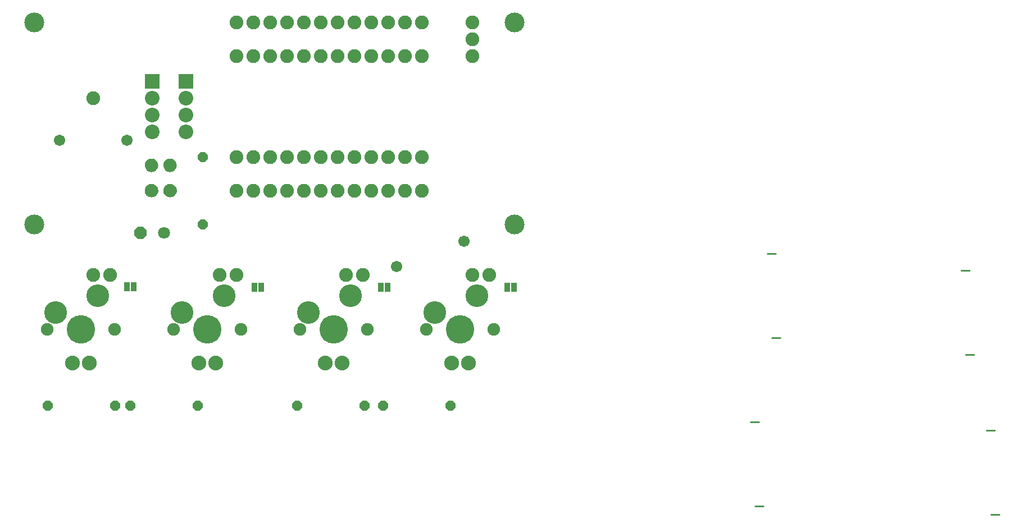
<source format=gbr>
G04 EAGLE Gerber RS-274X export*
G75*
%MOMM*%
%FSLAX34Y34*%
%LPD*%
%INSoldermask Bottom*%
%IPPOS*%
%AMOC8*
5,1,8,0,0,1.08239X$1,22.5*%
G01*
%ADD10C,0.254000*%
%ADD11P,1.649562X8X292.500000*%
%ADD12C,2.082800*%
%ADD13P,1.951982X8X202.500000*%
%ADD14C,1.803400*%
%ADD15R,2.203200X2.203200*%
%ADD16C,2.203200*%
%ADD17C,4.292600*%
%ADD18C,1.910081*%
%ADD19C,2.235200*%
%ADD20C,3.429000*%
%ADD21P,1.649562X8X202.500000*%
%ADD22P,1.649562X8X22.500000*%
%ADD23R,0.838200X1.473200*%
%ADD24C,3.003200*%
%ADD25C,1.703200*%

G36*
X533890Y713859D02*
X533890Y713859D01*
X533933Y713871D01*
X533999Y713880D01*
X535616Y714334D01*
X535657Y714353D01*
X535685Y714362D01*
X535695Y714364D01*
X535699Y714366D01*
X535720Y714373D01*
X537234Y715101D01*
X537270Y715127D01*
X537329Y715157D01*
X538694Y716138D01*
X538725Y716170D01*
X538778Y716210D01*
X539952Y717412D01*
X539977Y717449D01*
X540022Y717497D01*
X540969Y718885D01*
X540987Y718926D01*
X541023Y718982D01*
X541715Y720513D01*
X541726Y720556D01*
X541752Y720617D01*
X542167Y722246D01*
X542170Y722290D01*
X542185Y722355D01*
X542311Y724030D01*
X542307Y724077D01*
X542309Y724149D01*
X542104Y725985D01*
X542090Y726031D01*
X542078Y726106D01*
X541518Y727867D01*
X541495Y727909D01*
X541469Y727981D01*
X540576Y729598D01*
X540546Y729636D01*
X540506Y729701D01*
X539315Y731113D01*
X539278Y731144D01*
X539226Y731200D01*
X537782Y732353D01*
X537740Y732376D01*
X537678Y732420D01*
X536037Y733269D01*
X535991Y733284D01*
X535922Y733315D01*
X534147Y733828D01*
X534099Y733833D01*
X534024Y733851D01*
X532184Y734007D01*
X532140Y734003D01*
X532075Y734007D01*
X530244Y733847D01*
X530198Y733834D01*
X530122Y733824D01*
X528358Y733310D01*
X528314Y733289D01*
X528242Y733264D01*
X526612Y732415D01*
X526574Y732386D01*
X526508Y732347D01*
X525075Y731197D01*
X525043Y731161D01*
X524986Y731110D01*
X523805Y729702D01*
X523781Y729661D01*
X523735Y729600D01*
X523525Y729218D01*
X522851Y727988D01*
X522836Y727943D01*
X522802Y727874D01*
X522250Y726121D01*
X522244Y726074D01*
X522224Y726000D01*
X522025Y724173D01*
X522028Y724127D01*
X522022Y724058D01*
X522145Y722382D01*
X522156Y722339D01*
X522162Y722273D01*
X522574Y720643D01*
X522592Y720603D01*
X522610Y720539D01*
X523298Y719006D01*
X523323Y718969D01*
X523352Y718909D01*
X524296Y717519D01*
X524327Y717487D01*
X524365Y717433D01*
X525536Y716227D01*
X525573Y716201D01*
X525620Y716155D01*
X526982Y715171D01*
X527023Y715152D01*
X527077Y715115D01*
X528590Y714382D01*
X528633Y714370D01*
X528644Y714365D01*
X528671Y714352D01*
X528676Y714351D01*
X528693Y714343D01*
X530310Y713885D01*
X530355Y713880D01*
X530419Y713864D01*
X532091Y713693D01*
X532139Y713697D01*
X532218Y713693D01*
X533890Y713859D01*
G37*
G36*
X561881Y713859D02*
X561881Y713859D01*
X561924Y713871D01*
X561990Y713880D01*
X563607Y714334D01*
X563648Y714353D01*
X563676Y714362D01*
X563686Y714364D01*
X563690Y714366D01*
X563711Y714373D01*
X565225Y715101D01*
X565261Y715127D01*
X565320Y715157D01*
X566685Y716138D01*
X566716Y716170D01*
X566769Y716210D01*
X567943Y717412D01*
X567968Y717449D01*
X568013Y717497D01*
X568960Y718885D01*
X568978Y718926D01*
X569014Y718982D01*
X569706Y720513D01*
X569717Y720556D01*
X569743Y720617D01*
X570158Y722246D01*
X570161Y722290D01*
X570176Y722355D01*
X570302Y724030D01*
X570298Y724077D01*
X570300Y724149D01*
X570095Y725985D01*
X570081Y726031D01*
X570069Y726106D01*
X569509Y727867D01*
X569486Y727909D01*
X569460Y727981D01*
X568567Y729598D01*
X568537Y729636D01*
X568497Y729701D01*
X567306Y731113D01*
X567269Y731144D01*
X567217Y731200D01*
X565773Y732353D01*
X565731Y732376D01*
X565669Y732420D01*
X564028Y733269D01*
X563982Y733284D01*
X563913Y733315D01*
X562138Y733828D01*
X562090Y733833D01*
X562015Y733851D01*
X560175Y734007D01*
X560131Y734003D01*
X560066Y734007D01*
X558235Y733847D01*
X558189Y733834D01*
X558113Y733824D01*
X556349Y733310D01*
X556305Y733289D01*
X556233Y733264D01*
X554603Y732415D01*
X554565Y732386D01*
X554499Y732347D01*
X553066Y731197D01*
X553034Y731161D01*
X552977Y731110D01*
X551796Y729702D01*
X551772Y729661D01*
X551726Y729600D01*
X551516Y729218D01*
X550842Y727988D01*
X550827Y727943D01*
X550793Y727874D01*
X550241Y726121D01*
X550235Y726074D01*
X550215Y726000D01*
X550016Y724173D01*
X550019Y724127D01*
X550013Y724058D01*
X550136Y722382D01*
X550147Y722339D01*
X550153Y722273D01*
X550565Y720643D01*
X550583Y720603D01*
X550601Y720539D01*
X551289Y719006D01*
X551314Y718969D01*
X551343Y718909D01*
X552287Y717519D01*
X552318Y717487D01*
X552356Y717433D01*
X553527Y716227D01*
X553564Y716201D01*
X553611Y716155D01*
X554973Y715171D01*
X555014Y715152D01*
X555068Y715115D01*
X556581Y714382D01*
X556624Y714370D01*
X556635Y714365D01*
X556662Y714352D01*
X556667Y714351D01*
X556684Y714343D01*
X558301Y713885D01*
X558346Y713880D01*
X558410Y713864D01*
X560082Y713693D01*
X560130Y713697D01*
X560209Y713693D01*
X561881Y713859D01*
G37*
G36*
X560060Y751897D02*
X560060Y751897D01*
X560125Y751893D01*
X561956Y752053D01*
X562002Y752066D01*
X562078Y752076D01*
X563842Y752590D01*
X563886Y752611D01*
X563958Y752636D01*
X565588Y753485D01*
X565626Y753514D01*
X565692Y753553D01*
X567125Y754703D01*
X567157Y754739D01*
X567214Y754790D01*
X568395Y756198D01*
X568419Y756239D01*
X568465Y756300D01*
X569010Y757293D01*
X569349Y757912D01*
X569364Y757957D01*
X569398Y758026D01*
X569950Y759779D01*
X569956Y759826D01*
X569976Y759900D01*
X570176Y761727D01*
X570172Y761773D01*
X570178Y761842D01*
X570055Y763518D01*
X570044Y763561D01*
X570038Y763627D01*
X569627Y765257D01*
X569608Y765297D01*
X569590Y765361D01*
X568902Y766894D01*
X568877Y766931D01*
X568848Y766991D01*
X567904Y768381D01*
X567873Y768413D01*
X567835Y768467D01*
X566664Y769673D01*
X566628Y769699D01*
X566580Y769745D01*
X565218Y770729D01*
X565177Y770748D01*
X565123Y770785D01*
X563610Y771518D01*
X563567Y771530D01*
X563507Y771557D01*
X561890Y772015D01*
X561845Y772020D01*
X561781Y772036D01*
X560109Y772207D01*
X560061Y772203D01*
X559982Y772207D01*
X558310Y772041D01*
X558267Y772029D01*
X558202Y772020D01*
X556584Y771566D01*
X556543Y771547D01*
X556480Y771527D01*
X554966Y770799D01*
X554930Y770773D01*
X554871Y770743D01*
X553506Y769762D01*
X553475Y769730D01*
X553422Y769690D01*
X552248Y768488D01*
X552223Y768451D01*
X552178Y768403D01*
X551231Y767015D01*
X551213Y766974D01*
X551177Y766918D01*
X550485Y765387D01*
X550474Y765344D01*
X550448Y765283D01*
X550033Y763654D01*
X550030Y763610D01*
X550015Y763545D01*
X549889Y761870D01*
X549893Y761823D01*
X549891Y761751D01*
X550096Y759916D01*
X550110Y759869D01*
X550122Y759794D01*
X550682Y758033D01*
X550705Y757991D01*
X550731Y757919D01*
X551624Y756302D01*
X551654Y756264D01*
X551694Y756199D01*
X552885Y754787D01*
X552922Y754756D01*
X552974Y754700D01*
X554418Y753547D01*
X554460Y753525D01*
X554522Y753480D01*
X556163Y752631D01*
X556209Y752617D01*
X556278Y752585D01*
X558053Y752072D01*
X558101Y752067D01*
X558176Y752050D01*
X560016Y751893D01*
X560060Y751897D01*
G37*
G36*
X532069Y751897D02*
X532069Y751897D01*
X532134Y751893D01*
X533965Y752053D01*
X534011Y752066D01*
X534087Y752076D01*
X535851Y752590D01*
X535895Y752611D01*
X535967Y752636D01*
X537597Y753485D01*
X537635Y753514D01*
X537701Y753553D01*
X539134Y754703D01*
X539166Y754739D01*
X539223Y754790D01*
X540404Y756198D01*
X540428Y756239D01*
X540474Y756300D01*
X541019Y757293D01*
X541358Y757912D01*
X541373Y757957D01*
X541407Y758026D01*
X541959Y759779D01*
X541965Y759826D01*
X541985Y759900D01*
X542185Y761727D01*
X542181Y761773D01*
X542187Y761842D01*
X542064Y763518D01*
X542053Y763561D01*
X542047Y763627D01*
X541636Y765257D01*
X541617Y765297D01*
X541599Y765361D01*
X540911Y766894D01*
X540886Y766931D01*
X540857Y766991D01*
X539913Y768381D01*
X539882Y768413D01*
X539844Y768467D01*
X538673Y769673D01*
X538637Y769699D01*
X538589Y769745D01*
X537227Y770729D01*
X537186Y770748D01*
X537132Y770785D01*
X535619Y771518D01*
X535576Y771530D01*
X535516Y771557D01*
X533899Y772015D01*
X533854Y772020D01*
X533790Y772036D01*
X532118Y772207D01*
X532070Y772203D01*
X531991Y772207D01*
X530319Y772041D01*
X530276Y772029D01*
X530211Y772020D01*
X528593Y771566D01*
X528552Y771547D01*
X528489Y771527D01*
X526975Y770799D01*
X526939Y770773D01*
X526880Y770743D01*
X525515Y769762D01*
X525484Y769730D01*
X525431Y769690D01*
X524257Y768488D01*
X524232Y768451D01*
X524187Y768403D01*
X523240Y767015D01*
X523222Y766974D01*
X523186Y766918D01*
X522494Y765387D01*
X522483Y765344D01*
X522457Y765283D01*
X522042Y763654D01*
X522039Y763610D01*
X522024Y763545D01*
X521898Y761870D01*
X521902Y761823D01*
X521900Y761751D01*
X522105Y759916D01*
X522119Y759869D01*
X522131Y759794D01*
X522691Y758033D01*
X522714Y757991D01*
X522740Y757919D01*
X523633Y756302D01*
X523663Y756264D01*
X523703Y756199D01*
X524894Y754787D01*
X524931Y754756D01*
X524983Y754700D01*
X526427Y753547D01*
X526469Y753525D01*
X526531Y753480D01*
X528172Y752631D01*
X528218Y752617D01*
X528287Y752585D01*
X530062Y752072D01*
X530110Y752067D01*
X530185Y752050D01*
X532025Y751893D01*
X532069Y751897D01*
G37*
D10*
X1752600Y603250D02*
X1765300Y603250D01*
X1758950Y476250D02*
X1771650Y476250D01*
X1473200Y628650D02*
X1460500Y628650D01*
X1466850Y501650D02*
X1479550Y501650D01*
X1447800Y374650D02*
X1435100Y374650D01*
X1441450Y247650D02*
X1454150Y247650D01*
X1790700Y361950D02*
X1803400Y361950D01*
X1797050Y234950D02*
X1809750Y234950D01*
D11*
X609600Y774700D03*
X609600Y673100D03*
D12*
X939800Y927100D03*
X914400Y927100D03*
X889000Y927100D03*
X863600Y927100D03*
X838200Y927100D03*
X812800Y927100D03*
X787400Y927100D03*
X762000Y927100D03*
X736600Y927100D03*
X711200Y927100D03*
X685800Y927100D03*
X660400Y927100D03*
X660400Y774700D03*
X685800Y774700D03*
X711200Y774700D03*
X736600Y774700D03*
X762000Y774700D03*
X787400Y774700D03*
X812800Y774700D03*
X838200Y774700D03*
X863600Y774700D03*
X889000Y774700D03*
X914400Y774700D03*
X939800Y774700D03*
D13*
X515620Y660400D03*
D14*
X551180Y660400D03*
D12*
X660400Y977900D03*
X685800Y977900D03*
X711200Y977900D03*
X736600Y977900D03*
X762000Y977900D03*
X787400Y977900D03*
X812800Y977900D03*
X838200Y977900D03*
X863600Y977900D03*
X889000Y977900D03*
X914400Y977900D03*
X939800Y977900D03*
X939800Y723900D03*
X914400Y723900D03*
X889000Y723900D03*
X863600Y723900D03*
X838200Y723900D03*
X812800Y723900D03*
X787400Y723900D03*
X762000Y723900D03*
X736600Y723900D03*
X711200Y723900D03*
X685800Y723900D03*
X660400Y723900D03*
D15*
X584200Y889000D03*
D16*
X584200Y863600D03*
X584200Y838200D03*
X584200Y812800D03*
D15*
X533400Y889000D03*
D16*
X533400Y863600D03*
X533400Y838200D03*
X533400Y812800D03*
D12*
X1016000Y977900D03*
X1016000Y952500D03*
X1016000Y927100D03*
X444500Y863600D03*
D17*
X425450Y514350D03*
D18*
X374650Y514350D03*
X476250Y514350D03*
D19*
X412750Y463550D03*
X438150Y463550D03*
D20*
X387350Y539750D03*
X450850Y565150D03*
D21*
X477520Y399288D03*
X375920Y399288D03*
D12*
X444500Y596900D03*
X469900Y596900D03*
D17*
X615950Y514350D03*
D18*
X565150Y514350D03*
X666750Y514350D03*
D19*
X603250Y463550D03*
X628650Y463550D03*
D20*
X577850Y539750D03*
X641350Y565150D03*
D22*
X500380Y399288D03*
X601980Y399288D03*
D12*
X635000Y596900D03*
X660400Y596900D03*
D23*
X687070Y577850D03*
X697230Y577850D03*
D17*
X806450Y514350D03*
D18*
X755650Y514350D03*
X857250Y514350D03*
D19*
X793750Y463550D03*
X819150Y463550D03*
D20*
X768350Y539750D03*
X831850Y565150D03*
D21*
X853440Y399288D03*
X751840Y399288D03*
D12*
X825500Y596900D03*
X850900Y596900D03*
D23*
X877570Y577850D03*
X887730Y577850D03*
D17*
X996950Y514350D03*
D18*
X946150Y514350D03*
X1047750Y514350D03*
D19*
X984250Y463550D03*
X1009650Y463550D03*
D20*
X958850Y539750D03*
X1022350Y565150D03*
D22*
X881380Y399288D03*
X982980Y399288D03*
D12*
X1016000Y596900D03*
X1041400Y596900D03*
D23*
X1068070Y577850D03*
X1078230Y577850D03*
D24*
X355600Y977900D03*
X1079500Y977900D03*
X1079500Y673100D03*
X355600Y673100D03*
D23*
X495300Y579120D03*
X505460Y579120D03*
D25*
X393700Y800100D03*
X495300Y800100D03*
X901700Y609600D03*
X1003300Y647700D03*
M02*

</source>
